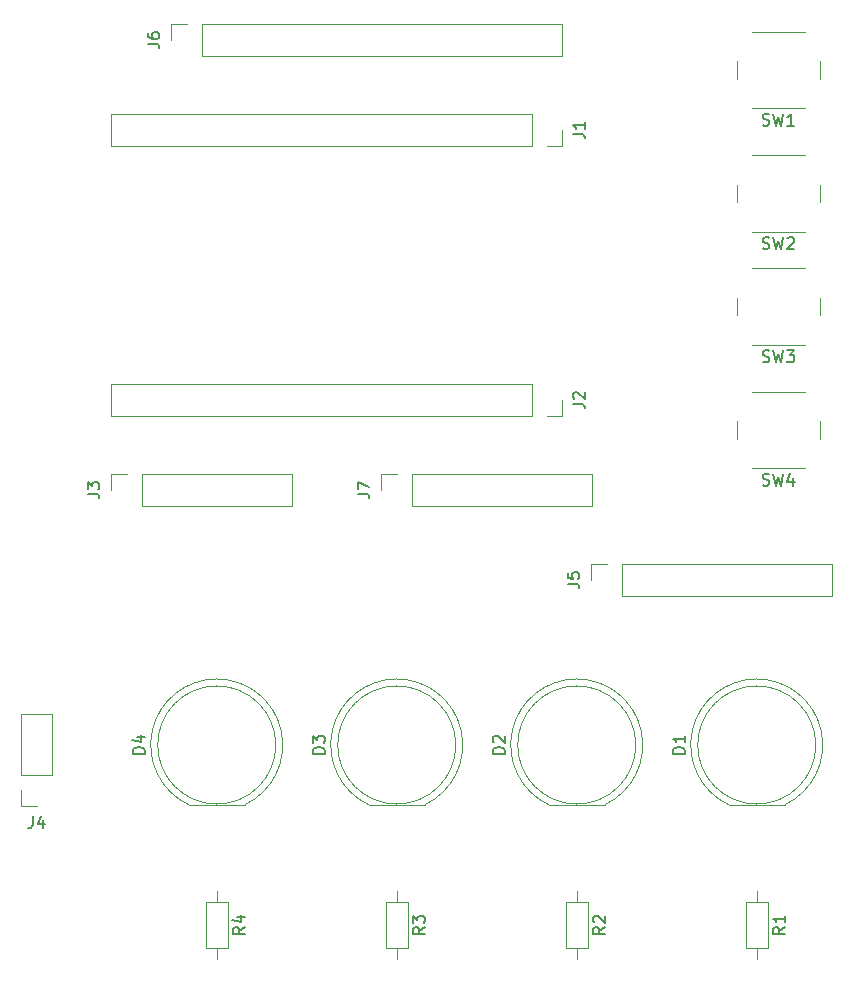
<source format=gbr>
%TF.GenerationSoftware,KiCad,Pcbnew,7.0.5*%
%TF.CreationDate,2024-02-08T14:25:21+05:30*%
%TF.ProjectId,Home Automation,486f6d65-2041-4757-946f-6d6174696f6e,rev?*%
%TF.SameCoordinates,Original*%
%TF.FileFunction,Legend,Top*%
%TF.FilePolarity,Positive*%
%FSLAX46Y46*%
G04 Gerber Fmt 4.6, Leading zero omitted, Abs format (unit mm)*
G04 Created by KiCad (PCBNEW 7.0.5) date 2024-02-08 14:25:21*
%MOMM*%
%LPD*%
G01*
G04 APERTURE LIST*
%ADD10C,0.150000*%
%ADD11C,0.120000*%
G04 APERTURE END LIST*
D10*
%TO.C,R3*%
X86194819Y-118276666D02*
X85718628Y-118609999D01*
X86194819Y-118848094D02*
X85194819Y-118848094D01*
X85194819Y-118848094D02*
X85194819Y-118467142D01*
X85194819Y-118467142D02*
X85242438Y-118371904D01*
X85242438Y-118371904D02*
X85290057Y-118324285D01*
X85290057Y-118324285D02*
X85385295Y-118276666D01*
X85385295Y-118276666D02*
X85528152Y-118276666D01*
X85528152Y-118276666D02*
X85623390Y-118324285D01*
X85623390Y-118324285D02*
X85671009Y-118371904D01*
X85671009Y-118371904D02*
X85718628Y-118467142D01*
X85718628Y-118467142D02*
X85718628Y-118848094D01*
X85194819Y-117943332D02*
X85194819Y-117324285D01*
X85194819Y-117324285D02*
X85575771Y-117657618D01*
X85575771Y-117657618D02*
X85575771Y-117514761D01*
X85575771Y-117514761D02*
X85623390Y-117419523D01*
X85623390Y-117419523D02*
X85671009Y-117371904D01*
X85671009Y-117371904D02*
X85766247Y-117324285D01*
X85766247Y-117324285D02*
X86004342Y-117324285D01*
X86004342Y-117324285D02*
X86099580Y-117371904D01*
X86099580Y-117371904D02*
X86147200Y-117419523D01*
X86147200Y-117419523D02*
X86194819Y-117514761D01*
X86194819Y-117514761D02*
X86194819Y-117800475D01*
X86194819Y-117800475D02*
X86147200Y-117895713D01*
X86147200Y-117895713D02*
X86099580Y-117943332D01*
%TO.C,J2*%
X98744819Y-73993333D02*
X99459104Y-73993333D01*
X99459104Y-73993333D02*
X99601961Y-74040952D01*
X99601961Y-74040952D02*
X99697200Y-74136190D01*
X99697200Y-74136190D02*
X99744819Y-74279047D01*
X99744819Y-74279047D02*
X99744819Y-74374285D01*
X98840057Y-73564761D02*
X98792438Y-73517142D01*
X98792438Y-73517142D02*
X98744819Y-73421904D01*
X98744819Y-73421904D02*
X98744819Y-73183809D01*
X98744819Y-73183809D02*
X98792438Y-73088571D01*
X98792438Y-73088571D02*
X98840057Y-73040952D01*
X98840057Y-73040952D02*
X98935295Y-72993333D01*
X98935295Y-72993333D02*
X99030533Y-72993333D01*
X99030533Y-72993333D02*
X99173390Y-73040952D01*
X99173390Y-73040952D02*
X99744819Y-73612380D01*
X99744819Y-73612380D02*
X99744819Y-72993333D01*
%TO.C,R1*%
X116674819Y-118276666D02*
X116198628Y-118609999D01*
X116674819Y-118848094D02*
X115674819Y-118848094D01*
X115674819Y-118848094D02*
X115674819Y-118467142D01*
X115674819Y-118467142D02*
X115722438Y-118371904D01*
X115722438Y-118371904D02*
X115770057Y-118324285D01*
X115770057Y-118324285D02*
X115865295Y-118276666D01*
X115865295Y-118276666D02*
X116008152Y-118276666D01*
X116008152Y-118276666D02*
X116103390Y-118324285D01*
X116103390Y-118324285D02*
X116151009Y-118371904D01*
X116151009Y-118371904D02*
X116198628Y-118467142D01*
X116198628Y-118467142D02*
X116198628Y-118848094D01*
X116674819Y-117324285D02*
X116674819Y-117895713D01*
X116674819Y-117609999D02*
X115674819Y-117609999D01*
X115674819Y-117609999D02*
X115817676Y-117705237D01*
X115817676Y-117705237D02*
X115912914Y-117800475D01*
X115912914Y-117800475D02*
X115960533Y-117895713D01*
%TO.C,R2*%
X101434819Y-118276666D02*
X100958628Y-118609999D01*
X101434819Y-118848094D02*
X100434819Y-118848094D01*
X100434819Y-118848094D02*
X100434819Y-118467142D01*
X100434819Y-118467142D02*
X100482438Y-118371904D01*
X100482438Y-118371904D02*
X100530057Y-118324285D01*
X100530057Y-118324285D02*
X100625295Y-118276666D01*
X100625295Y-118276666D02*
X100768152Y-118276666D01*
X100768152Y-118276666D02*
X100863390Y-118324285D01*
X100863390Y-118324285D02*
X100911009Y-118371904D01*
X100911009Y-118371904D02*
X100958628Y-118467142D01*
X100958628Y-118467142D02*
X100958628Y-118848094D01*
X100530057Y-117895713D02*
X100482438Y-117848094D01*
X100482438Y-117848094D02*
X100434819Y-117752856D01*
X100434819Y-117752856D02*
X100434819Y-117514761D01*
X100434819Y-117514761D02*
X100482438Y-117419523D01*
X100482438Y-117419523D02*
X100530057Y-117371904D01*
X100530057Y-117371904D02*
X100625295Y-117324285D01*
X100625295Y-117324285D02*
X100720533Y-117324285D01*
X100720533Y-117324285D02*
X100863390Y-117371904D01*
X100863390Y-117371904D02*
X101434819Y-117943332D01*
X101434819Y-117943332D02*
X101434819Y-117324285D01*
%TO.C,J5*%
X98284819Y-89233333D02*
X98999104Y-89233333D01*
X98999104Y-89233333D02*
X99141961Y-89280952D01*
X99141961Y-89280952D02*
X99237200Y-89376190D01*
X99237200Y-89376190D02*
X99284819Y-89519047D01*
X99284819Y-89519047D02*
X99284819Y-89614285D01*
X98284819Y-88280952D02*
X98284819Y-88757142D01*
X98284819Y-88757142D02*
X98761009Y-88804761D01*
X98761009Y-88804761D02*
X98713390Y-88757142D01*
X98713390Y-88757142D02*
X98665771Y-88661904D01*
X98665771Y-88661904D02*
X98665771Y-88423809D01*
X98665771Y-88423809D02*
X98713390Y-88328571D01*
X98713390Y-88328571D02*
X98761009Y-88280952D01*
X98761009Y-88280952D02*
X98856247Y-88233333D01*
X98856247Y-88233333D02*
X99094342Y-88233333D01*
X99094342Y-88233333D02*
X99189580Y-88280952D01*
X99189580Y-88280952D02*
X99237200Y-88328571D01*
X99237200Y-88328571D02*
X99284819Y-88423809D01*
X99284819Y-88423809D02*
X99284819Y-88661904D01*
X99284819Y-88661904D02*
X99237200Y-88757142D01*
X99237200Y-88757142D02*
X99189580Y-88804761D01*
%TO.C,J1*%
X98744819Y-51133333D02*
X99459104Y-51133333D01*
X99459104Y-51133333D02*
X99601961Y-51180952D01*
X99601961Y-51180952D02*
X99697200Y-51276190D01*
X99697200Y-51276190D02*
X99744819Y-51419047D01*
X99744819Y-51419047D02*
X99744819Y-51514285D01*
X99744819Y-50133333D02*
X99744819Y-50704761D01*
X99744819Y-50419047D02*
X98744819Y-50419047D01*
X98744819Y-50419047D02*
X98887676Y-50514285D01*
X98887676Y-50514285D02*
X98982914Y-50609523D01*
X98982914Y-50609523D02*
X99030533Y-50704761D01*
%TO.C,J4*%
X53006666Y-108904819D02*
X53006666Y-109619104D01*
X53006666Y-109619104D02*
X52959047Y-109761961D01*
X52959047Y-109761961D02*
X52863809Y-109857200D01*
X52863809Y-109857200D02*
X52720952Y-109904819D01*
X52720952Y-109904819D02*
X52625714Y-109904819D01*
X53911428Y-109238152D02*
X53911428Y-109904819D01*
X53673333Y-108857200D02*
X53435238Y-109571485D01*
X53435238Y-109571485D02*
X54054285Y-109571485D01*
%TO.C,J6*%
X62724819Y-43513333D02*
X63439104Y-43513333D01*
X63439104Y-43513333D02*
X63581961Y-43560952D01*
X63581961Y-43560952D02*
X63677200Y-43656190D01*
X63677200Y-43656190D02*
X63724819Y-43799047D01*
X63724819Y-43799047D02*
X63724819Y-43894285D01*
X62724819Y-42608571D02*
X62724819Y-42799047D01*
X62724819Y-42799047D02*
X62772438Y-42894285D01*
X62772438Y-42894285D02*
X62820057Y-42941904D01*
X62820057Y-42941904D02*
X62962914Y-43037142D01*
X62962914Y-43037142D02*
X63153390Y-43084761D01*
X63153390Y-43084761D02*
X63534342Y-43084761D01*
X63534342Y-43084761D02*
X63629580Y-43037142D01*
X63629580Y-43037142D02*
X63677200Y-42989523D01*
X63677200Y-42989523D02*
X63724819Y-42894285D01*
X63724819Y-42894285D02*
X63724819Y-42703809D01*
X63724819Y-42703809D02*
X63677200Y-42608571D01*
X63677200Y-42608571D02*
X63629580Y-42560952D01*
X63629580Y-42560952D02*
X63534342Y-42513333D01*
X63534342Y-42513333D02*
X63296247Y-42513333D01*
X63296247Y-42513333D02*
X63201009Y-42560952D01*
X63201009Y-42560952D02*
X63153390Y-42608571D01*
X63153390Y-42608571D02*
X63105771Y-42703809D01*
X63105771Y-42703809D02*
X63105771Y-42894285D01*
X63105771Y-42894285D02*
X63153390Y-42989523D01*
X63153390Y-42989523D02*
X63201009Y-43037142D01*
X63201009Y-43037142D02*
X63296247Y-43084761D01*
%TO.C,SW4*%
X114796667Y-80857200D02*
X114939524Y-80904819D01*
X114939524Y-80904819D02*
X115177619Y-80904819D01*
X115177619Y-80904819D02*
X115272857Y-80857200D01*
X115272857Y-80857200D02*
X115320476Y-80809580D01*
X115320476Y-80809580D02*
X115368095Y-80714342D01*
X115368095Y-80714342D02*
X115368095Y-80619104D01*
X115368095Y-80619104D02*
X115320476Y-80523866D01*
X115320476Y-80523866D02*
X115272857Y-80476247D01*
X115272857Y-80476247D02*
X115177619Y-80428628D01*
X115177619Y-80428628D02*
X114987143Y-80381009D01*
X114987143Y-80381009D02*
X114891905Y-80333390D01*
X114891905Y-80333390D02*
X114844286Y-80285771D01*
X114844286Y-80285771D02*
X114796667Y-80190533D01*
X114796667Y-80190533D02*
X114796667Y-80095295D01*
X114796667Y-80095295D02*
X114844286Y-80000057D01*
X114844286Y-80000057D02*
X114891905Y-79952438D01*
X114891905Y-79952438D02*
X114987143Y-79904819D01*
X114987143Y-79904819D02*
X115225238Y-79904819D01*
X115225238Y-79904819D02*
X115368095Y-79952438D01*
X115701429Y-79904819D02*
X115939524Y-80904819D01*
X115939524Y-80904819D02*
X116130000Y-80190533D01*
X116130000Y-80190533D02*
X116320476Y-80904819D01*
X116320476Y-80904819D02*
X116558572Y-79904819D01*
X117368095Y-80238152D02*
X117368095Y-80904819D01*
X117130000Y-79857200D02*
X116891905Y-80571485D01*
X116891905Y-80571485D02*
X117510952Y-80571485D01*
%TO.C,D3*%
X77714819Y-103608094D02*
X76714819Y-103608094D01*
X76714819Y-103608094D02*
X76714819Y-103369999D01*
X76714819Y-103369999D02*
X76762438Y-103227142D01*
X76762438Y-103227142D02*
X76857676Y-103131904D01*
X76857676Y-103131904D02*
X76952914Y-103084285D01*
X76952914Y-103084285D02*
X77143390Y-103036666D01*
X77143390Y-103036666D02*
X77286247Y-103036666D01*
X77286247Y-103036666D02*
X77476723Y-103084285D01*
X77476723Y-103084285D02*
X77571961Y-103131904D01*
X77571961Y-103131904D02*
X77667200Y-103227142D01*
X77667200Y-103227142D02*
X77714819Y-103369999D01*
X77714819Y-103369999D02*
X77714819Y-103608094D01*
X76714819Y-102703332D02*
X76714819Y-102084285D01*
X76714819Y-102084285D02*
X77095771Y-102417618D01*
X77095771Y-102417618D02*
X77095771Y-102274761D01*
X77095771Y-102274761D02*
X77143390Y-102179523D01*
X77143390Y-102179523D02*
X77191009Y-102131904D01*
X77191009Y-102131904D02*
X77286247Y-102084285D01*
X77286247Y-102084285D02*
X77524342Y-102084285D01*
X77524342Y-102084285D02*
X77619580Y-102131904D01*
X77619580Y-102131904D02*
X77667200Y-102179523D01*
X77667200Y-102179523D02*
X77714819Y-102274761D01*
X77714819Y-102274761D02*
X77714819Y-102560475D01*
X77714819Y-102560475D02*
X77667200Y-102655713D01*
X77667200Y-102655713D02*
X77619580Y-102703332D01*
%TO.C,SW2*%
X114796667Y-60827200D02*
X114939524Y-60874819D01*
X114939524Y-60874819D02*
X115177619Y-60874819D01*
X115177619Y-60874819D02*
X115272857Y-60827200D01*
X115272857Y-60827200D02*
X115320476Y-60779580D01*
X115320476Y-60779580D02*
X115368095Y-60684342D01*
X115368095Y-60684342D02*
X115368095Y-60589104D01*
X115368095Y-60589104D02*
X115320476Y-60493866D01*
X115320476Y-60493866D02*
X115272857Y-60446247D01*
X115272857Y-60446247D02*
X115177619Y-60398628D01*
X115177619Y-60398628D02*
X114987143Y-60351009D01*
X114987143Y-60351009D02*
X114891905Y-60303390D01*
X114891905Y-60303390D02*
X114844286Y-60255771D01*
X114844286Y-60255771D02*
X114796667Y-60160533D01*
X114796667Y-60160533D02*
X114796667Y-60065295D01*
X114796667Y-60065295D02*
X114844286Y-59970057D01*
X114844286Y-59970057D02*
X114891905Y-59922438D01*
X114891905Y-59922438D02*
X114987143Y-59874819D01*
X114987143Y-59874819D02*
X115225238Y-59874819D01*
X115225238Y-59874819D02*
X115368095Y-59922438D01*
X115701429Y-59874819D02*
X115939524Y-60874819D01*
X115939524Y-60874819D02*
X116130000Y-60160533D01*
X116130000Y-60160533D02*
X116320476Y-60874819D01*
X116320476Y-60874819D02*
X116558572Y-59874819D01*
X116891905Y-59970057D02*
X116939524Y-59922438D01*
X116939524Y-59922438D02*
X117034762Y-59874819D01*
X117034762Y-59874819D02*
X117272857Y-59874819D01*
X117272857Y-59874819D02*
X117368095Y-59922438D01*
X117368095Y-59922438D02*
X117415714Y-59970057D01*
X117415714Y-59970057D02*
X117463333Y-60065295D01*
X117463333Y-60065295D02*
X117463333Y-60160533D01*
X117463333Y-60160533D02*
X117415714Y-60303390D01*
X117415714Y-60303390D02*
X116844286Y-60874819D01*
X116844286Y-60874819D02*
X117463333Y-60874819D01*
%TO.C,J3*%
X57644819Y-81613333D02*
X58359104Y-81613333D01*
X58359104Y-81613333D02*
X58501961Y-81660952D01*
X58501961Y-81660952D02*
X58597200Y-81756190D01*
X58597200Y-81756190D02*
X58644819Y-81899047D01*
X58644819Y-81899047D02*
X58644819Y-81994285D01*
X57644819Y-81232380D02*
X57644819Y-80613333D01*
X57644819Y-80613333D02*
X58025771Y-80946666D01*
X58025771Y-80946666D02*
X58025771Y-80803809D01*
X58025771Y-80803809D02*
X58073390Y-80708571D01*
X58073390Y-80708571D02*
X58121009Y-80660952D01*
X58121009Y-80660952D02*
X58216247Y-80613333D01*
X58216247Y-80613333D02*
X58454342Y-80613333D01*
X58454342Y-80613333D02*
X58549580Y-80660952D01*
X58549580Y-80660952D02*
X58597200Y-80708571D01*
X58597200Y-80708571D02*
X58644819Y-80803809D01*
X58644819Y-80803809D02*
X58644819Y-81089523D01*
X58644819Y-81089523D02*
X58597200Y-81184761D01*
X58597200Y-81184761D02*
X58549580Y-81232380D01*
%TO.C,J7*%
X80504819Y-81613333D02*
X81219104Y-81613333D01*
X81219104Y-81613333D02*
X81361961Y-81660952D01*
X81361961Y-81660952D02*
X81457200Y-81756190D01*
X81457200Y-81756190D02*
X81504819Y-81899047D01*
X81504819Y-81899047D02*
X81504819Y-81994285D01*
X80504819Y-81232380D02*
X80504819Y-80565714D01*
X80504819Y-80565714D02*
X81504819Y-80994285D01*
%TO.C,D1*%
X108194819Y-103608094D02*
X107194819Y-103608094D01*
X107194819Y-103608094D02*
X107194819Y-103369999D01*
X107194819Y-103369999D02*
X107242438Y-103227142D01*
X107242438Y-103227142D02*
X107337676Y-103131904D01*
X107337676Y-103131904D02*
X107432914Y-103084285D01*
X107432914Y-103084285D02*
X107623390Y-103036666D01*
X107623390Y-103036666D02*
X107766247Y-103036666D01*
X107766247Y-103036666D02*
X107956723Y-103084285D01*
X107956723Y-103084285D02*
X108051961Y-103131904D01*
X108051961Y-103131904D02*
X108147200Y-103227142D01*
X108147200Y-103227142D02*
X108194819Y-103369999D01*
X108194819Y-103369999D02*
X108194819Y-103608094D01*
X108194819Y-102084285D02*
X108194819Y-102655713D01*
X108194819Y-102369999D02*
X107194819Y-102369999D01*
X107194819Y-102369999D02*
X107337676Y-102465237D01*
X107337676Y-102465237D02*
X107432914Y-102560475D01*
X107432914Y-102560475D02*
X107480533Y-102655713D01*
%TO.C,SW1*%
X114796667Y-50377200D02*
X114939524Y-50424819D01*
X114939524Y-50424819D02*
X115177619Y-50424819D01*
X115177619Y-50424819D02*
X115272857Y-50377200D01*
X115272857Y-50377200D02*
X115320476Y-50329580D01*
X115320476Y-50329580D02*
X115368095Y-50234342D01*
X115368095Y-50234342D02*
X115368095Y-50139104D01*
X115368095Y-50139104D02*
X115320476Y-50043866D01*
X115320476Y-50043866D02*
X115272857Y-49996247D01*
X115272857Y-49996247D02*
X115177619Y-49948628D01*
X115177619Y-49948628D02*
X114987143Y-49901009D01*
X114987143Y-49901009D02*
X114891905Y-49853390D01*
X114891905Y-49853390D02*
X114844286Y-49805771D01*
X114844286Y-49805771D02*
X114796667Y-49710533D01*
X114796667Y-49710533D02*
X114796667Y-49615295D01*
X114796667Y-49615295D02*
X114844286Y-49520057D01*
X114844286Y-49520057D02*
X114891905Y-49472438D01*
X114891905Y-49472438D02*
X114987143Y-49424819D01*
X114987143Y-49424819D02*
X115225238Y-49424819D01*
X115225238Y-49424819D02*
X115368095Y-49472438D01*
X115701429Y-49424819D02*
X115939524Y-50424819D01*
X115939524Y-50424819D02*
X116130000Y-49710533D01*
X116130000Y-49710533D02*
X116320476Y-50424819D01*
X116320476Y-50424819D02*
X116558572Y-49424819D01*
X117463333Y-50424819D02*
X116891905Y-50424819D01*
X117177619Y-50424819D02*
X117177619Y-49424819D01*
X117177619Y-49424819D02*
X117082381Y-49567676D01*
X117082381Y-49567676D02*
X116987143Y-49662914D01*
X116987143Y-49662914D02*
X116891905Y-49710533D01*
%TO.C,D2*%
X92954819Y-103608094D02*
X91954819Y-103608094D01*
X91954819Y-103608094D02*
X91954819Y-103369999D01*
X91954819Y-103369999D02*
X92002438Y-103227142D01*
X92002438Y-103227142D02*
X92097676Y-103131904D01*
X92097676Y-103131904D02*
X92192914Y-103084285D01*
X92192914Y-103084285D02*
X92383390Y-103036666D01*
X92383390Y-103036666D02*
X92526247Y-103036666D01*
X92526247Y-103036666D02*
X92716723Y-103084285D01*
X92716723Y-103084285D02*
X92811961Y-103131904D01*
X92811961Y-103131904D02*
X92907200Y-103227142D01*
X92907200Y-103227142D02*
X92954819Y-103369999D01*
X92954819Y-103369999D02*
X92954819Y-103608094D01*
X92050057Y-102655713D02*
X92002438Y-102608094D01*
X92002438Y-102608094D02*
X91954819Y-102512856D01*
X91954819Y-102512856D02*
X91954819Y-102274761D01*
X91954819Y-102274761D02*
X92002438Y-102179523D01*
X92002438Y-102179523D02*
X92050057Y-102131904D01*
X92050057Y-102131904D02*
X92145295Y-102084285D01*
X92145295Y-102084285D02*
X92240533Y-102084285D01*
X92240533Y-102084285D02*
X92383390Y-102131904D01*
X92383390Y-102131904D02*
X92954819Y-102703332D01*
X92954819Y-102703332D02*
X92954819Y-102084285D01*
%TO.C,R4*%
X70954819Y-118276666D02*
X70478628Y-118609999D01*
X70954819Y-118848094D02*
X69954819Y-118848094D01*
X69954819Y-118848094D02*
X69954819Y-118467142D01*
X69954819Y-118467142D02*
X70002438Y-118371904D01*
X70002438Y-118371904D02*
X70050057Y-118324285D01*
X70050057Y-118324285D02*
X70145295Y-118276666D01*
X70145295Y-118276666D02*
X70288152Y-118276666D01*
X70288152Y-118276666D02*
X70383390Y-118324285D01*
X70383390Y-118324285D02*
X70431009Y-118371904D01*
X70431009Y-118371904D02*
X70478628Y-118467142D01*
X70478628Y-118467142D02*
X70478628Y-118848094D01*
X70288152Y-117419523D02*
X70954819Y-117419523D01*
X69907200Y-117657618D02*
X70621485Y-117895713D01*
X70621485Y-117895713D02*
X70621485Y-117276666D01*
%TO.C,SW3*%
X114796667Y-70407200D02*
X114939524Y-70454819D01*
X114939524Y-70454819D02*
X115177619Y-70454819D01*
X115177619Y-70454819D02*
X115272857Y-70407200D01*
X115272857Y-70407200D02*
X115320476Y-70359580D01*
X115320476Y-70359580D02*
X115368095Y-70264342D01*
X115368095Y-70264342D02*
X115368095Y-70169104D01*
X115368095Y-70169104D02*
X115320476Y-70073866D01*
X115320476Y-70073866D02*
X115272857Y-70026247D01*
X115272857Y-70026247D02*
X115177619Y-69978628D01*
X115177619Y-69978628D02*
X114987143Y-69931009D01*
X114987143Y-69931009D02*
X114891905Y-69883390D01*
X114891905Y-69883390D02*
X114844286Y-69835771D01*
X114844286Y-69835771D02*
X114796667Y-69740533D01*
X114796667Y-69740533D02*
X114796667Y-69645295D01*
X114796667Y-69645295D02*
X114844286Y-69550057D01*
X114844286Y-69550057D02*
X114891905Y-69502438D01*
X114891905Y-69502438D02*
X114987143Y-69454819D01*
X114987143Y-69454819D02*
X115225238Y-69454819D01*
X115225238Y-69454819D02*
X115368095Y-69502438D01*
X115701429Y-69454819D02*
X115939524Y-70454819D01*
X115939524Y-70454819D02*
X116130000Y-69740533D01*
X116130000Y-69740533D02*
X116320476Y-70454819D01*
X116320476Y-70454819D02*
X116558572Y-69454819D01*
X116844286Y-69454819D02*
X117463333Y-69454819D01*
X117463333Y-69454819D02*
X117130000Y-69835771D01*
X117130000Y-69835771D02*
X117272857Y-69835771D01*
X117272857Y-69835771D02*
X117368095Y-69883390D01*
X117368095Y-69883390D02*
X117415714Y-69931009D01*
X117415714Y-69931009D02*
X117463333Y-70026247D01*
X117463333Y-70026247D02*
X117463333Y-70264342D01*
X117463333Y-70264342D02*
X117415714Y-70359580D01*
X117415714Y-70359580D02*
X117368095Y-70407200D01*
X117368095Y-70407200D02*
X117272857Y-70454819D01*
X117272857Y-70454819D02*
X116987143Y-70454819D01*
X116987143Y-70454819D02*
X116891905Y-70407200D01*
X116891905Y-70407200D02*
X116844286Y-70359580D01*
%TO.C,D4*%
X62474819Y-103608094D02*
X61474819Y-103608094D01*
X61474819Y-103608094D02*
X61474819Y-103369999D01*
X61474819Y-103369999D02*
X61522438Y-103227142D01*
X61522438Y-103227142D02*
X61617676Y-103131904D01*
X61617676Y-103131904D02*
X61712914Y-103084285D01*
X61712914Y-103084285D02*
X61903390Y-103036666D01*
X61903390Y-103036666D02*
X62046247Y-103036666D01*
X62046247Y-103036666D02*
X62236723Y-103084285D01*
X62236723Y-103084285D02*
X62331961Y-103131904D01*
X62331961Y-103131904D02*
X62427200Y-103227142D01*
X62427200Y-103227142D02*
X62474819Y-103369999D01*
X62474819Y-103369999D02*
X62474819Y-103608094D01*
X61808152Y-102179523D02*
X62474819Y-102179523D01*
X61427200Y-102417618D02*
X62141485Y-102655713D01*
X62141485Y-102655713D02*
X62141485Y-102036666D01*
D11*
%TO.C,R3*%
X83820000Y-115240000D02*
X83820000Y-116190000D01*
X84740000Y-116190000D02*
X82900000Y-116190000D01*
X82900000Y-116190000D02*
X82900000Y-120030000D01*
X84740000Y-120030000D02*
X84740000Y-116190000D01*
X82900000Y-120030000D02*
X84740000Y-120030000D01*
X83820000Y-120980000D02*
X83820000Y-120030000D01*
%TO.C,J2*%
X95250000Y-72330000D02*
X59630000Y-72330000D01*
X95250000Y-72330000D02*
X95250000Y-74990000D01*
X59630000Y-72330000D02*
X59630000Y-74990000D01*
X97850000Y-73660000D02*
X97850000Y-74990000D01*
X97850000Y-74990000D02*
X96520000Y-74990000D01*
X95250000Y-74990000D02*
X59630000Y-74990000D01*
%TO.C,R1*%
X114300000Y-115240000D02*
X114300000Y-116190000D01*
X115220000Y-116190000D02*
X113380000Y-116190000D01*
X113380000Y-116190000D02*
X113380000Y-120030000D01*
X115220000Y-120030000D02*
X115220000Y-116190000D01*
X113380000Y-120030000D02*
X115220000Y-120030000D01*
X114300000Y-120980000D02*
X114300000Y-120030000D01*
%TO.C,R2*%
X99060000Y-115240000D02*
X99060000Y-116190000D01*
X99980000Y-116190000D02*
X98140000Y-116190000D01*
X98140000Y-116190000D02*
X98140000Y-120030000D01*
X99980000Y-120030000D02*
X99980000Y-116190000D01*
X98140000Y-120030000D02*
X99980000Y-120030000D01*
X99060000Y-120980000D02*
X99060000Y-120030000D01*
%TO.C,J5*%
X102870000Y-90230000D02*
X120710000Y-90230000D01*
X102870000Y-90230000D02*
X102870000Y-87570000D01*
X120710000Y-90230000D02*
X120710000Y-87570000D01*
X100270000Y-88900000D02*
X100270000Y-87570000D01*
X100270000Y-87570000D02*
X101600000Y-87570000D01*
X102870000Y-87570000D02*
X120710000Y-87570000D01*
%TO.C,J1*%
X95250000Y-49470000D02*
X59630000Y-49470000D01*
X95250000Y-49470000D02*
X95250000Y-52130000D01*
X59630000Y-49470000D02*
X59630000Y-52130000D01*
X97850000Y-50800000D02*
X97850000Y-52130000D01*
X97850000Y-52130000D02*
X96520000Y-52130000D01*
X95250000Y-52130000D02*
X59630000Y-52130000D01*
%TO.C,J4*%
X54670000Y-105410000D02*
X54670000Y-100270000D01*
X54670000Y-105410000D02*
X52010000Y-105410000D01*
X54670000Y-100270000D02*
X52010000Y-100270000D01*
X53340000Y-108010000D02*
X52010000Y-108010000D01*
X52010000Y-108010000D02*
X52010000Y-106680000D01*
X52010000Y-105410000D02*
X52010000Y-100270000D01*
%TO.C,J6*%
X67310000Y-44510000D02*
X97850000Y-44510000D01*
X67310000Y-44510000D02*
X67310000Y-41850000D01*
X97850000Y-44510000D02*
X97850000Y-41850000D01*
X64710000Y-43180000D02*
X64710000Y-41850000D01*
X64710000Y-41850000D02*
X66040000Y-41850000D01*
X67310000Y-41850000D02*
X97850000Y-41850000D01*
%TO.C,SW4*%
X119630000Y-76950000D02*
X119630000Y-75450000D01*
X118380000Y-72950000D02*
X113880000Y-72950000D01*
X113880000Y-79450000D02*
X118380000Y-79450000D01*
X112630000Y-75450000D02*
X112630000Y-76950000D01*
%TO.C,D3*%
X81444000Y-107930000D02*
X86196000Y-107930000D01*
X83815259Y-97280002D02*
G75*
G03*
X81444184Y-107930000I4741J-5589998D01*
G01*
X86195816Y-107930000D02*
G75*
G03*
X83824741Y-97280002I-2375816J5060000D01*
G01*
X88820000Y-102870000D02*
G75*
G03*
X88820000Y-102870000I-5000000J0D01*
G01*
%TO.C,SW2*%
X119630000Y-56920000D02*
X119630000Y-55420000D01*
X118380000Y-52920000D02*
X113880000Y-52920000D01*
X113880000Y-59420000D02*
X118380000Y-59420000D01*
X112630000Y-55420000D02*
X112630000Y-56920000D01*
%TO.C,J3*%
X62230000Y-82610000D02*
X74990000Y-82610000D01*
X62230000Y-82610000D02*
X62230000Y-79950000D01*
X74990000Y-82610000D02*
X74990000Y-79950000D01*
X59630000Y-81280000D02*
X59630000Y-79950000D01*
X59630000Y-79950000D02*
X60960000Y-79950000D01*
X62230000Y-79950000D02*
X74990000Y-79950000D01*
%TO.C,J7*%
X85090000Y-82610000D02*
X100390000Y-82610000D01*
X85090000Y-82610000D02*
X85090000Y-79950000D01*
X100390000Y-82610000D02*
X100390000Y-79950000D01*
X82490000Y-81280000D02*
X82490000Y-79950000D01*
X82490000Y-79950000D02*
X83820000Y-79950000D01*
X85090000Y-79950000D02*
X100390000Y-79950000D01*
%TO.C,D1*%
X111924000Y-107930000D02*
X116676000Y-107930000D01*
X114295259Y-97280002D02*
G75*
G03*
X111924184Y-107930000I4741J-5589998D01*
G01*
X116675816Y-107930000D02*
G75*
G03*
X114304741Y-97280002I-2375816J5060000D01*
G01*
X119300000Y-102870000D02*
G75*
G03*
X119300000Y-102870000I-5000000J0D01*
G01*
%TO.C,SW1*%
X119630000Y-46470000D02*
X119630000Y-44970000D01*
X118380000Y-42470000D02*
X113880000Y-42470000D01*
X113880000Y-48970000D02*
X118380000Y-48970000D01*
X112630000Y-44970000D02*
X112630000Y-46470000D01*
%TO.C,D2*%
X96684000Y-107930000D02*
X101436000Y-107930000D01*
X99055259Y-97280002D02*
G75*
G03*
X96684184Y-107930000I4741J-5589998D01*
G01*
X101435816Y-107930000D02*
G75*
G03*
X99064741Y-97280002I-2375816J5060000D01*
G01*
X104060000Y-102870000D02*
G75*
G03*
X104060000Y-102870000I-5000000J0D01*
G01*
%TO.C,R4*%
X68580000Y-115240000D02*
X68580000Y-116190000D01*
X69500000Y-116190000D02*
X67660000Y-116190000D01*
X67660000Y-116190000D02*
X67660000Y-120030000D01*
X69500000Y-120030000D02*
X69500000Y-116190000D01*
X67660000Y-120030000D02*
X69500000Y-120030000D01*
X68580000Y-120980000D02*
X68580000Y-120030000D01*
%TO.C,SW3*%
X119630000Y-66500000D02*
X119630000Y-65000000D01*
X118380000Y-62500000D02*
X113880000Y-62500000D01*
X113880000Y-69000000D02*
X118380000Y-69000000D01*
X112630000Y-65000000D02*
X112630000Y-66500000D01*
%TO.C,D4*%
X66204000Y-107930000D02*
X70956000Y-107930000D01*
X68575259Y-97280002D02*
G75*
G03*
X66204184Y-107930000I4741J-5589998D01*
G01*
X70955816Y-107930000D02*
G75*
G03*
X68584741Y-97280002I-2375816J5060000D01*
G01*
X73580000Y-102870000D02*
G75*
G03*
X73580000Y-102870000I-5000000J0D01*
G01*
%TD*%
M02*

</source>
